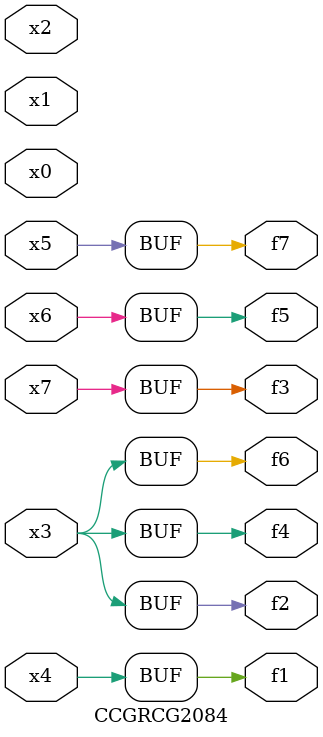
<source format=v>
module CCGRCG2084(
	input x0, x1, x2, x3, x4, x5, x6, x7,
	output f1, f2, f3, f4, f5, f6, f7
);
	assign f1 = x4;
	assign f2 = x3;
	assign f3 = x7;
	assign f4 = x3;
	assign f5 = x6;
	assign f6 = x3;
	assign f7 = x5;
endmodule

</source>
